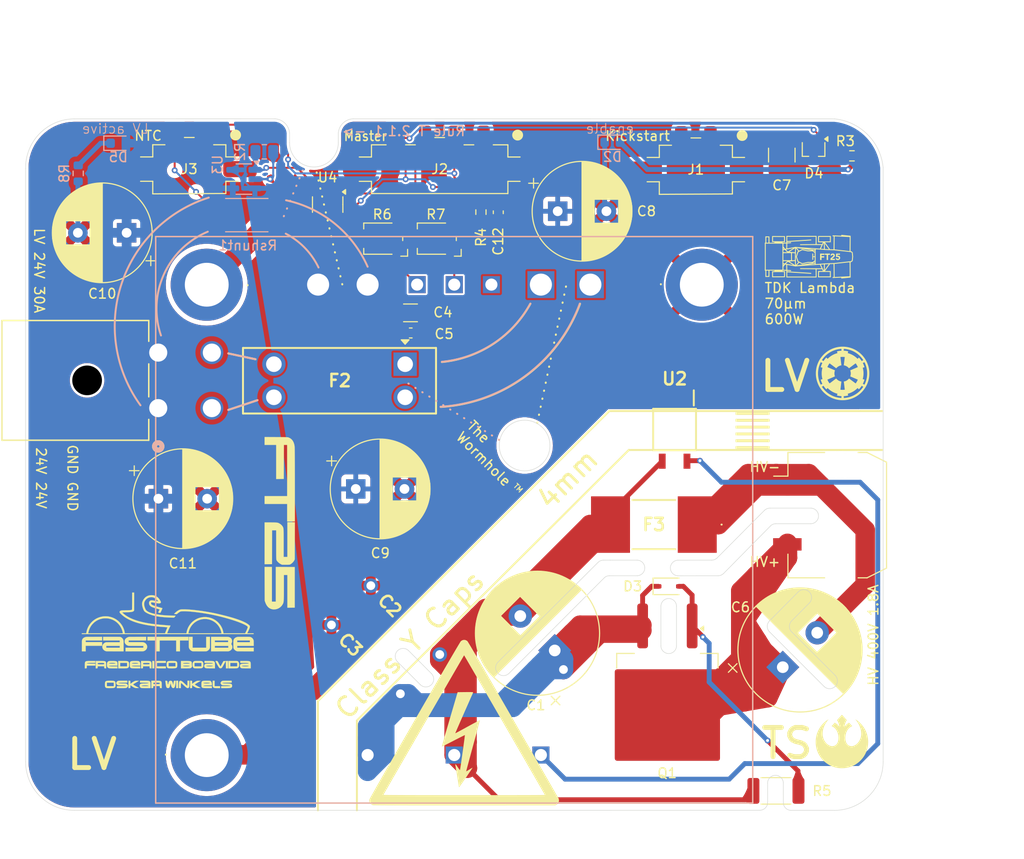
<source format=kicad_pcb>
(kicad_pcb
	(version 20240108)
	(generator "pcbnew")
	(generator_version "8.0")
	(general
		(thickness 1.67)
		(legacy_teardrops no)
	)
	(paper "A4")
	(layers
		(0 "F.Cu" mixed)
		(31 "B.Cu" mixed)
		(32 "B.Adhes" user "B.Adhesive")
		(33 "F.Adhes" user "F.Adhesive")
		(34 "B.Paste" user)
		(35 "F.Paste" user)
		(36 "B.SilkS" user "B.Silkscreen")
		(37 "F.SilkS" user "F.Silkscreen")
		(38 "B.Mask" user)
		(39 "F.Mask" user)
		(40 "Dwgs.User" user "User.Drawings")
		(41 "Cmts.User" user "User.Comments")
		(42 "Eco1.User" user "User.Eco1")
		(43 "Eco2.User" user "User.Eco2")
		(44 "Edge.Cuts" user)
		(45 "Margin" user)
		(46 "B.CrtYd" user "B.Courtyard")
		(47 "F.CrtYd" user "F.Courtyard")
		(48 "B.Fab" user)
		(49 "F.Fab" user)
		(50 "User.1" user)
		(51 "User.2" user)
		(52 "User.3" user)
		(53 "User.4" user)
		(54 "User.5" user)
		(55 "User.6" user)
		(56 "User.7" user)
		(57 "User.8" user)
		(58 "User.9" user)
	)
	(setup
		(stackup
			(layer "F.SilkS"
				(type "Top Silk Screen")
			)
			(layer "F.Paste"
				(type "Top Solder Paste")
			)
			(layer "F.Mask"
				(type "Top Solder Mask")
				(thickness 0.01)
			)
			(layer "F.Cu"
				(type "copper")
				(thickness 0.07)
			)
			(layer "dielectric 1"
				(type "core")
				(thickness 1.51)
				(material "FR4")
				(epsilon_r 4.5)
				(loss_tangent 0.02)
			)
			(layer "B.Cu"
				(type "copper")
				(thickness 0.07)
			)
			(layer "B.Mask"
				(type "Bottom Solder Mask")
				(thickness 0.01)
			)
			(layer "B.Paste"
				(type "Bottom Solder Paste")
			)
			(layer "B.SilkS"
				(type "Bottom Silk Screen")
			)
			(copper_finish "None")
			(dielectric_constraints no)
		)
		(pad_to_mask_clearance 0)
		(allow_soldermask_bridges_in_footprints no)
		(pcbplotparams
			(layerselection 0x00010fc_ffffffff)
			(plot_on_all_layers_selection 0x0000000_00000000)
			(disableapertmacros no)
			(usegerberextensions no)
			(usegerberattributes yes)
			(usegerberadvancedattributes yes)
			(creategerberjobfile yes)
			(dashed_line_dash_ratio 12.000000)
			(dashed_line_gap_ratio 3.000000)
			(svgprecision 4)
			(plotframeref no)
			(viasonmask no)
			(mode 1)
			(useauxorigin no)
			(hpglpennumber 1)
			(hpglpenspeed 20)
			(hpglpendiameter 15.000000)
			(pdf_front_fp_property_popups yes)
			(pdf_back_fp_property_popups yes)
			(dxfpolygonmode yes)
			(dxfimperialunits yes)
			(dxfusepcbnewfont yes)
			(psnegative no)
			(psa4output no)
			(plotreference yes)
			(plotvalue yes)
			(plotfptext yes)
			(plotinvisibletext no)
			(sketchpadsonfab no)
			(subtractmaskfromsilk no)
			(outputformat 1)
			(mirror no)
			(drillshape 1)
			(scaleselection 1)
			(outputdirectory "")
		)
	)
	(net 0 "")
	(net 1 "/-VIN")
	(net 2 "GND")
	(net 3 "Net-(D4-Pad3)")
	(net 4 "/+VIN")
	(net 5 "+3V3")
	(net 6 "/LV+")
	(net 7 "/3V_buttoncell")
	(net 8 "/TEMP_TSDCDC")
	(net 9 "/HV-in")
	(net 10 "/HV+in")
	(net 11 "/G")
	(net 12 "/~{EN}")
	(net 13 "/LV-")
	(net 14 "/LV_I_measure")
	(net 15 "/I_meas_weak")
	(net 16 "/+S")
	(net 17 "/TRM")
	(net 18 "Net-(D2-A)")
	(net 19 "Net-(D5-K)")
	(net 20 "/Vout+")
	(footprint "Capacitor_SMD:C_1210_3225Metric" (layer "F.Cu") (at 177.6 64.721001 -90))
	(footprint "Resistor_SMD:R_0603_1608Metric" (layer "F.Cu") (at 184.8 64.8))
	(footprint "footprints:VY1471M29Y5UC63V0" (layer "F.Cu") (at 131.388932 112.962876 -45))
	(footprint "footprints:rebellion" (layer "F.Cu") (at 183.77 124.93))
	(footprint "FaSTTUBe_connectors:Micro_Mate-N-Lok_2p_vertical" (layer "F.Cu") (at 168.783 66.21))
	(footprint "Potentiometer_SMD:Potentiometer_Bourns_TC33X_Vertical" (layer "F.Cu") (at 142.1 73.3 180))
	(footprint "Capacitor_THT:CP_Radial_D12.5mm_P5.00mm" (layer "F.Cu") (at 154.3 115.584177 135))
	(footprint "Capacitor_THT:CP_Radial_D10.0mm_P5.00mm" (layer "F.Cu") (at 110.367678 72.7 180))
	(footprint "footprints:9775031360R" (layer "F.Cu") (at 118.59 78.03 180))
	(footprint "LOGO"
		(layer "F.Cu")
		(uuid "36ea3436-548e-4414-bac1-a7348850c228")
		(at 180.33 75.14)
		(property "Reference" "G***"
			(at 0 0 0)
			(layer "F.SilkS")
			(hide yes)
			(uuid "f973503b-fa37-47d9-b20f-d30676bb0e6c")
			(effects
				(font
					(size 1.5 1.5)
					(thickness 0.3)
				)
			)
		)
		(property "Value" "LOGO"
			(at 0.75 0 0)
			(layer "F.SilkS")
			(hide yes)
			(uuid "6387be7f-2b16-465c-8f89-140f5aa812b4")
			(effects
				(font
					(size 1.5 1.5)
					(thickness 0.3)
				)
			)
		)
		(property "Footprint" ""
			(at 0 0 0)
			(layer "F.Fab")
			(hide yes)
			(uuid "715f4f07-c5d3-4aaf-84cf-940e9c524073")
			(effects
				(font
					(size 1.27 1.27)
					(thickness 0.15)
				)
			)
		)
		(property "Datasheet" ""
			(at 0 0 0)
			(layer "F.Fab")
			(hide yes)
			(uuid "41393a24-4ba8-4af2-84c5-5556a5cd9241")
			(effects
				(font
					(size 1.27 1.27)
					(thickness 0.15)
				)
			)
		)
		(property "Description" ""
			(at 0 0 0)
			(layer "F.Fab")
			(hide yes)
			(uuid "47d9374d-4d87-4be0-875b-3451ee135b5f")
			(effects
				(font
					(size 1.27 1.27)
					(thickness 0.15)
				)
			)
		)
		(attr board_only exclude_from_pos_files exclude_from_bom)
		(fp_poly
			(pts
				(xy 2.210106 -0.240934) (xy 2.210106 -0.176067) (xy 2.115122 -0.176067) (xy 2.020138 -0.176067)
				(xy 2.020138 0.088034) (xy 2.020138 0.352134) (xy 1.948322 0.352134) (xy 1.876505 0.352134) (xy 1.876505 0.088034)
				(xy 1.876505 -0.176067) (xy 1.781521 -0.176067) (xy 1.686538 -0.176067) (xy 1.686538 -0.240935)
				(xy 1.686537 -0.305801) (xy 1.948322 -0.305801) (xy 2.210106 -0.305801)
			)
			(stroke
				(width 0)
				(type solid)
			)
			(fill solid)
			(layer "F.SilkS")
			(uuid "7df8e5e8-4ee8-444f-be4a-2fc6df64b466")
		)
		(fp_poly
			(pts
				(xy 1.644837 -0.238617) (xy 1.644837 -0.171435) (xy 1.49657 -0.171434) (xy 1.348303 -0.171434) (xy 1.348303 -0.10425)
				(xy 1.348303 -0.037067) (xy 1.484987 -0.037067) (xy 1.621671 -0.037067) (xy 1.621671 0.030116) (xy 1.621671 0.0973)
				(xy 1.484987 0.0973) (xy 1.348303 0.0973) (xy 1.348303 0.224717) (xy 1.348303 0.352134) (xy 1.27417 0.352134)
				(xy 1.200036 0.352134) (xy 1.200036 0.023167) (xy 1.200037 -0.305801) (xy 1.422437 -0.305801) (xy 1.644836 -0.305801)
			)
			(stroke
				(width 0)
				(type solid)
			)
			(fill solid)
			(layer "F.SilkS")
			(uuid "79488fa3-17fb-4e16-b5f3-2b64540a352f")
		)
		(fp_poly
			(pts
				(xy 2.532179 -0.312678) (xy 2.576155 -0.304473) (xy 2.614922 -0.2894) (xy 2.648 -0.267744) (xy 2.67491 -0.239793)
				(xy 2.695172 -0.205832) (xy 2.704208 -0.181813) (xy 2.708716 -0.159076) (xy 2.7108 -0.130942) (xy 2.71048 -0.100955)
				(xy 2.707773 -0.072656) (xy 2.703574 -0.052464) (xy 2.698715 -0.037255) (xy 2.692926 -0.02316) (xy 2.685517 -0.009402)
				(xy 2.675798 0.004797) (xy 2.663078 0.020215) (xy 2.646666 0.037632) (xy 2.625872 0.057823) (xy 2.600005 0.081568)
				(xy 2.568374 0.109644) (xy 2.53029 0.142829) (xy 2.529931 0.14314) (xy 2.430439 0.229351) (xy 2.575106 0.230575)
				(xy 2.719774 0.231799) (xy 2.719774 0.291967) (xy 2.719774 0.352134) (xy 2.490308 0.352134) (xy 2.260843 0.352134)
				(xy 2.262116 0.277056) (xy 2.263389 0.201979) (xy 2.356056 0.119177) (xy 2.402943 0.077122) (xy 2.443117 0.04073)
				(xy 2.476929 0.009665) (xy 2.504727 -0.016408) (xy 2.526863 -0.037827) (xy 2.543685 -0.054929) (xy 2.555544 -0.06805)
				(xy 2.562789 -0.077524) (xy 2.565176 -0.081851) (xy 2.5716 -0.10729) (xy 2.569746 -0.130812) (xy 2.56056 -0.15134)
				(xy 2.544994 -0.167801) (xy 2.523994 -0.179121) (xy 2.49851 -0.184225) (xy 2.475724 -0.18314) (xy 2.452963 -0.175273)
				(xy 2.433454 -0.159912) (xy 2.418912 -0.1387) (xy 2.413064 -0.123046) (xy 2.407173 -0.101018) (xy 2.367714 -0.103927)
				(xy 2.344598 -0.10571) (xy 2.320508 -0.107692) (xy 2.30031 -0.109471) (xy 2.298702 -0.109622) (xy 2.269145 -0.112408)
				(xy 2.272093 -0.14061) (xy 2.280459 -0.177948) (xy 2.296913 -0.213524) (xy 2.320278 -0.245457) (xy 2.349375 -0.271863)
				(xy 2.357833 -0.277654) (xy 2.388158 -0.29404) (xy 2.420755 -0.305158) (xy 2.458064 -0.31171) (xy 2.483473 -0.313727)
			)
			(stroke
				(width 0)
				(type solid)
			)
			(fill solid)
			(layer "F.SilkS")
			(uuid "c06ae400-d6b0-4739-b2a0-6d35249e5efc")
		)
		(fp_poly
			(pts
				(xy 3.243342 -0.245567) (xy 3.243342 -0.185334) (xy 3.111291 -0.185334) (xy 2.979241 -0.185333)
				(xy 2.979241 -0.135525) (xy 2.979241 -0.085718) (xy 3.035999 -0.085703) (xy 3.075658 -0.084189)
				(xy 3.108746 -0.079239) (xy 3.137528 -0.070212) (xy 3.16427 -0.05647) (xy 3.181956 -0.044466) (xy 3.203555 -0.026318)
				(xy 3.221029 -0.006004) (xy 3.236416 0.019128) (xy 3.246178 0.039116) (xy 3.254238 0.063529) (xy 3.259574 0.09369)
				(xy 3.261941 0.126422) (xy 3.261098 0.158544) (xy 3.257324 0.184609) (xy 3.244399 0.223685) (xy 3.224208 0.260227)
				(xy 3.198098 0.292412) (xy 3.167418 0.318418) (xy 3.150847 0.328502) (xy 3.111135 0.345164) (xy 3.066727 0.356095)
				(xy 3.020478 0.360938) (xy 2.975243 0.359334) (xy 2.945754 0.354196) (xy 2.903627 0.339619) (xy 2.867264 0.317857)
				(xy 2.836999 0.289211) (xy 2.813163 0.253981) (xy 2.79881 0.220868) (xy 2.79432 0.207035) (xy 2.791744 0.197519)
				(xy 2.791552 0.194601) (xy 2.796444 0.193609) (xy 2.808775 0.190877) (xy 2.826961 0.186759) (xy 2.849416 0.181613)
				(xy 2.863407 0.178384) (xy 2.887539 0.172819) (xy 2.908262 0.168078) (xy 2.924002 0.164518) (xy 2.933186 0.162495)
				(xy 2.934883 0.162167) (xy 2.937199 0.166065) (xy 2.941475 0.175947) (xy 2.943919 0.182163) (xy 2.957618 0.206359)
				(xy 2.976856 0.224378) (xy 2.999977 0.235881) (xy 3.025322 0.240528) (xy 3.051235 0.23798) (xy 3.076057 0.227898)
				(xy 3.095075 0.213134) (xy 3.111612 0.190456) (xy 3.120769 0.164235) (xy 3.12262 0.136431) (xy 3.117245 0.108995)
				(xy 3.10472 0.083886) (xy 3.089275 0.066498) (xy 3.070671 0.05315) (xy 3.049056 0.043822) (xy 3.022749 0.038071)
				(xy 2.990066 0.035457) (xy 2.969974 0.03519) (xy 2.940708 0.035905) (xy 2.915232 0.038169) (xy 2.889963 0.042519)
				(xy 2.861313 0.04949) (xy 2.845988 0.053732) (xy 2.835519 0.056704) (xy 2.838042 -0.086323) (xy 2.838768 -0.123978)
				(xy 2.83959 -0.160526) (xy 2.840463 -0.194417) (xy 2.841344 -0.224098) (xy 2.842188 -0.248021) (xy 2.842954 -0.264633)
				(xy 2.843135 -0.267576) (xy 2.845706 -0.305801) (xy 3.044525 -0.305801) (xy 3.243342 -0.305801)
			)
			(stroke
				(width 0)
				(type solid)
			)
			(fill solid)
			(layer "F.SilkS")
			(uuid "5a963cb9-9510-4127-9f96-127e7c222fca")
		)
		(fp_poly
			(pts
				(xy 3.38727 -2.232811) (xy 3.40086 -2.231479) (xy 3.422092 -2.229358) (xy 3.450178 -2.22653) (xy 3.484329 -2.223073)
				(xy 3.523759 -2.219069) (xy 3.567678 -2.214599) (xy 3.615297 -2.209743) (xy 3.66583 -2.204582) (xy 3.718489 -2.199197)
				(xy 3.772484 -2.193667) (xy 3.827029 -2.188075) (xy 3.881335 -2.182501) (xy 3.934614 -2.177024)
				(xy 3.986077 -2.171727) (xy 4.034939 -2.166689) (xy 4.080407 -2.161992) (xy 4.121698 -2.157716)
				(xy 4.158021 -2.153941) (xy 4.188587 -2.150748) (xy 4.200017 -2.149547) (xy 4.234253 -2.145885)
				(xy 4.265408 -2.142435) (xy 4.292316 -2.139335) (xy 4.31381 -2.136726) (xy 4.328722 -2.134745) (xy 4.335885 -2.133532)
				(xy 4.336334 -2.133359) (xy 4.336533 -2.128574) (xy 4.336655 -2.115023) (xy 4.336705 -2.093209)
				(xy 4.336684 -2.063633) (xy 4.336595 -2.026795) (xy 4.33644 -1.983198) (xy 4.336223 -1.933343) (xy 4.335944 -1.877731)
				(xy 4.335608 -1.816864) (xy 4.335216 -1.751243) (xy 4.33477 -1.681369) (xy 4.334273 -1.607743) (xy 4.333728 -1.530869)
				(xy 4.333136 -1.451244) (xy 4.332871 -1.416624) (xy 4.332241 -1.334602) (xy 4.331634 -1.254271)
				(xy 4.33105 -1.176204) (xy 4.330496 -1.10097) (xy 4.329976 -1.029142) (xy 4.329492 -0.961291) (xy 4.329052 -0.897987)
				(xy 4.328655 -0.839801) (xy 4.328308 -0.787305) (xy 4.328013 -0.741071) (xy 4.327776 -0.701668)
				(xy 4.327599 -0.669669) (xy 4.327487 -0.645643) (xy 4.327444 -0.630164) (xy 4.327444 -0.627586)
				(xy 4.327545 -0.55322) (xy 4.37377 -0.54809) (xy 4.419996 -0.542959) (xy 4.484971 -0.483626) (xy 4.505281 -0.464833)
				(xy 4.522986 -0.44798) (xy 4.537024 -0.434118) (xy 4.546333 -0.424295) (xy 4.54985 -0.419562) (xy 4.549855 -0.419489)
				(xy 4.550293 -0.414027) (xy 4.551582 -0.400285) (xy 4.55363 -0.379199) (xy 4.556344 -0.351708) (xy 4.55963 -0.31875)
				(xy 4.563396 -0.281261) (xy 4.567548 -0.240179) (xy 4.571355 -0.202709) (xy 4.592945 0.009267) (xy 4.571355 0.221242)
				(xy 4.566945 0.264663) (xy 4.562841 0.305296) (xy 4.559137 0.342206) (xy 4.555926 0.374453) (xy 4.553301 0.401102)
				(xy 4.551353 0.421213) (xy 4.550178 0.433849) (xy 4.549855 0.438022) (xy 4.546612 0.442512) (xy 4.537531 0.452137)
				(xy 4.523674 0.465847) (xy 4.506105 0.482593) (xy 4.485885 0.501324) (xy 4.484971 0.50216) (xy 4.419997 0.561493)
				(xy 4.373769 0.566623) (xy 4.327545 0.571753) (xy 4.327444 0.646119) (xy 4.327469 0.65926) (xy 4.327563 0.681097)
				(xy 4.327723 0.711058) (xy 4.327945 0.748571) (xy 4.328225 0.793067) (xy 4.328559 0.843974) (xy 4.328943 0.90072)
				(xy 4.329373 0.962734) (xy 4.329846 1.029446) (xy 4.330356 1.100286) (xy 4.330901 1.17468) (xy 4.331477 1.252059)
				(xy 4.332079 1.33185) (xy 4.332704 1.413485) (xy 4.332871 1.435157) (xy 4.333481 1.5158) (xy 4.334047 1.593906)
				(xy 4.334564 1.668978) (xy 4.335032 1.740512) (xy 4.335447 1.808006) (xy 4.335808 1.870958) (xy 4.336111 1.928869)
				(xy 4.336355 1.981237) (xy 4.336537 2.02756) (xy 4.336653 2.067337) (xy 4.336704 2.100067) (xy 4.336685 2.125248)
				(xy 4.336594 2.142379) (xy 4.336429 2.150958) (xy 4.336335 2.151893) (xy 4.331377 2.152884) (xy 4.318367 2.15468)
				(xy 4.298472 2.157138) (xy 4.272859 2.160123) (xy 4.242694 2.163495) (xy 4.209148 2.167117) (xy 4.200017 2.168082)
				(xy 4.172233 2.170992) (xy 4.138346 2.174521) (xy 4.099146 2.178586) (xy 4.055419 2.183108) (xy 4.007954 2.188005)
				(xy 3.957539 2.193199) (xy 3.904962 2.198607) (xy 3.851011 2.204148) (xy 3.796475 2.209742) (xy 3.742141 2.215309)
				(xy 3.688796 2.220768) (xy 3.63723 2.226037) (xy 3.588231 2.231037) (xy 3.542586 2.235687) (xy 3.501083 2.239906)
				(xy 3.464512 2.243614) (xy 3.433658 2.246729) (xy 3.409312 2.249172) (xy 3.39226 2.250859) (xy 3.383291 2.251715)
				(xy 3.382109 2.251806) (xy 3.380255 2.247528) (xy 3.378178 2.23608) (xy 3.376217 2.219545) (xy 3.37545 2.210835)
				(xy 3.3736 2.191763) (xy 3.371439 2.175942) (xy 3.369333 2.165869) (xy 3.368582 2.163999) (xy 3.368194 2.163123)
				(xy 3.367841 2.162336) (xy 3.367055 2.161657) (xy 3.365358 2.161104) (xy 3.362276 2.160697) (xy 3.357337 2.160453)
				(xy 3.350069 2.160392) (xy 3.339994 2.160532) (xy 3.32664 2.16089) (xy 3.309536 2.161487) (xy 3.288204 2.162341)
				(xy 3.26217 2.16347) (xy 3.230964 2.164892) (xy 3.19411 2.166627) (xy 3.151135 2.168692) (xy 3.101565 2.171107)
				(xy 3.044926 2.17389) (xy 2.980744 2.177059) (xy 2.908545 2.180634) (xy 2.827857 2.184632) (xy 2.773776 2.187311)
				(xy 2.723126 2.189773) (xy 2.675244 2.19201) (xy 2.630927 2.19399) (xy 2.590972 2.195683) (xy 2.556177 2.197057)
				(xy 2.52734 2.198081) (xy 2.505257 2.198724) (xy 2.490727 2.198954) (xy 2.484548 2.198738) (xy 2.484397 2.198675)
				(xy 2.482972 2.193086) (xy 2.4815 2.180449) (xy 2.480208 2.162975) (xy 2.479683 2.152716) (xy 2.477796 2.109587)
				(xy 2.502643 2.106603) (xy 2.520245 2.105084) (xy 2.542271 2.103995) (xy 2.563398 2.103579) (xy 2.599307 2.103539)
				(xy 2.599205 2.03983) (xy 2.599136 2.026958) (xy 2.59896 2.005475) (xy 2.598682 1.976034) (xy 2.598313 1.939289)
				(xy 2.597857 1.895895) (xy 2.597323 1.846507) (xy 2.596718 1.791777) (xy 2.596049 1.732363) (xy 2.595323 1.668916)
				(xy 2.594547 1.602089) (xy 2.593729 1.53254) (xy 2.592876 1.460921) (xy 2.592357 1.417804) (xy 2.591488 1.345622)
				(xy 2.590651 1.275356) (xy 2.589851 1.207638) (xy 2.589097 1.143098) (xy 2.588395 1.08237) (xy 2.587752 1.026085)
				(xy 2.587175 0.974875) (xy 2.586672 0.929372) (xy 2.58625 0.890208) (xy 2.585916 0.858015) (xy 2.585677 0.833425)
				(xy 2.585539 0.817069) (xy 2.585508 0.811266) (xy 2.585407 0.763045) (xy 2.477681 0.76615) (xy 2.420738 0.767807)
				(xy 2.372367 0.769264) (xy 2.331872 0.770562) (xy 2.298559 0.771745) (xy 2.271738 0.772854) (xy 2.250712 0.773931)
				(xy 2.234789 0.775018) (xy 2.223275 0.776158) (xy 2.215478 0.777392) (xy 2.210703 0.778764) (xy 2.208257 0.780313)
				(xy 2.207447 0.782084) (xy 2.207419 0.782564) (xy 2.204733 0.787317) (xy 2.196946 0.798996) (xy 2.184444 0.817061)
				(xy 2.167617 0.84097) (xy 2.146849 0.870183) (xy 2.122527 0.90416) (xy 2.09504 0.94236) (xy 2.064773 0.984242)
				(xy 2.032115 1.029266) (xy 1.99745 1.07689) (xy 1.961168 1.126575) (xy 1.960005 1.128165) (xy 1.923623 1.177986)
				(xy 1.888809 1.225823) (xy 1.855956 1.271128) (xy 1.825453 1.313354) (xy 1.797694 1.351955) (xy 1.773068 1.386383)
				(xy 1.751966 1.416092) (xy 1.734781 1.440534) (xy 1.721903 1.459162) (xy 1.713724 1.47143) (xy 1.710635 1.47679)
				(xy 1.710627 1.476824) (xy 1.708624 1.487304) (xy 2.003382 1.487304) (xy 2.298139 1.487304) (xy 2.298144 1.583446)
				(xy 2.298213 1.608384) (xy 2.298406 1.641116) (xy 2.29871 1.680174) (xy 2.299111 1.724089) (xy 2.299595 1.771389)
				(xy 2.300147 1.820606) (xy 2.300755 1.870268) (xy 2.301218 1.905463) (xy 2.304286 2.131339) (xy 1.647305 2.131339)
				(xy 0.990323 2.131339) (xy 0.993195 2.113964) (xy 0.993689 2.106417) (xy 0.994158 2.090423) (xy 0.994594 2.066805)
				(xy 0.99496 2.038672) (xy 1.08875 2.038672) (xy 1.647111 2.038672) (xy 2.205472 2.038672) (xy 2.205472 1.809321)
				(xy 2.205472 1.579971) (xy 1.656421 1.579199) (xy 1.585739 1.579096) (xy 1.517565 1.578991) (xy 1.452484 1.578885)
				(xy 1.391074 1.578779) (xy 1.333918 1.578675) (xy 1.281595 1.578571) (xy 1.234689 1.578472) (xy 1.193778 1.578378)
				(xy 1.159447 1.57829) (xy 1.132272 1.578209) (xy 1.112838 1.578137) (xy 1.101725 1.578074) (xy 1.099261 1.57804)
				(xy 1.097423 1.578408) (xy 1.095875 1.580202) (xy 1.094589 1.584173) (xy 1.093535 1.591074) (xy 1.092682 1.601656)
				(xy 1.091999 1.61667) (xy 1.091456 1.636869) (xy 1.091023 1.663004) (xy 1.090669 1.695827) (xy 1.090364 1.736087)
				(xy 1.090077 1.784539) (xy 1.089951 1.808163) (xy 1.08875 2.038672) (xy 0.99496 2.038672) (xy 0.99499 2.036382)
				(xy 0.995338 1.999975) (xy 0.995631 1.958404) (xy 0.995862 1.912492) (xy 0.996024 1.863057) (xy 0.996108 1.810921)
				(xy 0.996118 1.78963) (xy 0.996169 1.482671) (xy 1.242123 1.482671) (xy 1.291787 1.482595) (xy 1.337431 1.482378)
				(xy 1.378334 1.48203) (xy 1.413769 1.481564) (xy 1.443013 1.480992) (xy 1.465339 1.480327) (xy 1.480024 1.47958)
				(xy 1.486341 1.478764) (xy 1.486531 1.478558) (xy 1.484152 1.47334) (xy 1.478357 1.461039) (xy 1.469747 1.442919)
				(xy 1.458926 1.420247) (xy 1.446495 1.394288) (xy 1.441011 1.382862) (xy 1.397037 1.291279) (xy 1.283478 1.294298)
				(xy 1.249685 1.295057) (xy 1.208904 1.295746) (xy 1.163413 1.296342) (xy 1.11549 1.296818) (xy 1.067413 1.297151)
				(xy 1.021462 1.297314) (xy 1.006594 1.297327) (xy 0.843269 1.297337) (xy 0.843269 1.721288) (xy 0.843269 2.145239)
				(xy -0.708148 2.145239) (xy -2.259563 2.145239) (xy -2.262634 1.935978) (xy -2.263315 1.886185)
				(xy -2.263944 1.833688) (xy -2.264503 1.780411) (xy -2.264976 1.728276) (xy -2.265345 1.679207)
				(xy -2.265592 1.635127) (xy -2.265702 1.59796) (xy -2.265706 1.590794) (xy -2.265739 1.55167) (xy -2.265876 1.520834)
				(xy -2.266173 1.497306) (xy -2.266692 1.480108) (xy -2.26749 1.46826) (xy -2.268626 1.460783) (xy -2.270157 1.456697)
				(xy -2.272141 1.455025) (xy -2.273814 1.454766) (xy -2.280294 1.454537) (xy -2.294854 1.453935)
				(xy -2.316319 1.453013) (xy -2.343512 1.451821) (xy -2.37526 1.450411) (xy -2.410382 1.448834) (xy -2.43019 1.447939)
				(xy -2.468142 1.446262) (xy -2.504686 1.44473) (xy -2.538371 1.443397) (xy -2.567745 1.442318) (xy -2.591357 1.441547)
				(xy -2.607758 1.441142) (xy -2.612049 1.441093) (xy -2.64564 1.44097) (xy -2.64564 1.468771) (xy -2.645639 1.496571)
				(xy -2.525331 1.496571) (xy -2.405021 1.496571) (xy -2.403705 1.805846) (xy -2.403515 1.858546)
				(xy -2.403401 1.908502) (xy -2.40336 1.954946) (xy -2.40339 1.997109) (xy -2.403489 2.034222) (xy -2.403653 2.065515)
				(xy -2.403881 2.090221) (xy -2.404171 2.107569) (xy -2.404518 2.116791) (xy -2.404706 2.118106)
				(xy -2.409529 2.11848) (xy -2.423095 2.118886) (xy -2.44488 2.119321) (xy -2.474362 2.119778) (xy -2.511016 2.120253)
				(xy -2.554319 2.12074) (xy -2.603749 2.121235) (xy -2.658781 2.121732) (xy -2.718891 2.122227) (xy -2.783558 2.122715)
				(xy -2.852257 2.12319) (xy -2.924462 2.123648) (xy -2.999654 2.124083) (xy -3.0638 2.124423) (xy -3.720577 2.127757)
				(xy -3.720577 1.81448) (xy -3.720577 1.593871) (xy -3.62791 1.593871) (xy -3.62791 1.814711) (xy -3.62791 2.03555)
				(xy -3.411698 2.032478) (xy -3.369215 2.031948) (xy -3.31891 2.031448) (xy -3.262228 2.030984) (xy -3.200615 2.030565)
				(xy -3.135516 2.030198) (xy -3.068375 2.029891) (xy -3.000637 2.029653) (xy -2.933749 2.02949) (xy -2.869154 2.029412)
				(xy -2.846385 2.029405) (xy -2.497283 2.029405) (xy -2.498486 1.81048) (xy -2.49969 1.591554) (xy -2.537915 1.591676)
				(xy -2.547579 1.591701) (xy -2.565869 1.591743) (xy -2.592146 1.591801) (xy -2.62577 1.591872) (xy -2.666099 1.591957)
				(xy -2.712496 1.592053) (xy -2.764319 1.592159) (xy -2.820929 1.592274) (xy -2.881685 1.592396)
				(xy -2.945948 1.592525) (xy -3.013077 1.592659) (xy -3.082432 1.592796) (xy -3.102025 1.592834)
				(xy -3.62791 1.593871) (xy -3.720577 1.593871) (xy -3.720577 1.501204) (xy -3.654551 1.501183) (xy -3.624666 1.500936)
				(xy -3.592334 1.500279) (xy -3.561481 1.499312) (xy -3.536401 1.498158) (xy -3.484276 1.495155)
				(xy -3.484276 1.468063) (xy -3.484276 1.44097) (xy -3.740716 1.44097) (xy -3.997156 1.44097) (xy -4.000524 1.764101)
				(xy -4.001097 1.817922) (xy -4.001663 1.868962) (xy -4.002214 1.916476) (xy -4.002738 1.959718)
				(xy -4.003227 1.997942) (xy -4.00367 2.030405) (xy -4.004058 2.056359) (xy -4.004382 2.07506) (xy -4.004631 2.085762)
				(xy -4.004755 2.088096) (xy -4.009616 2.088576) (xy -4.02259 2.089168) (xy -4.042528 2.089847) (xy -4.068278 2.090589)
				(xy -4.098689 2.091373) (xy -4.132609 2.092176) (xy -4.168888 2.092974) (xy -4.206373 2.093745)
				(xy -4.243913 2.094466) (xy -4.28036 2.095114) (xy -4.314559 2.095667) (xy -4.34536 2.096101) (xy -4.371612 2.096393)
				(xy -4.392163 2.096521) (xy -4.405862 2.096463) (xy -4.411559 2.096194) (xy -4.41163 2.096166) (xy -4.412287 2.091243)
				(xy -4.412909 2.077802) (xy -4.413489 2.056593) (xy -4.414016 2.028365) (xy -4.414482 1.993867)
				(xy -4.414878 1.953848) (xy -4.415193 1.909058) (xy -4.415422 1.860246) (xy -4.415551 1.808161)
				(xy -4.415578 1.769665) (xy -4.415578 1.445919) (xy -4.322912 1.44592) (xy -4.322911 1.632667) (xy -4.32283 1.677998)
				(xy -4.322597 1.724363) (xy -4.322233 1.770035) (xy -4.321755 1.813286) (xy -4.321184 1.852391)
				(xy -4.320538 1.885623) (xy -4.319861 1.910511) (xy -4.31681 2.001605) (xy -4.27237 2.001588) (xy -4.250095 2.001348)
				(xy -4.222113 2.000707) (xy -4.191967 1.999762) (xy -4.163205 1.99861) (xy -4.162654 1.998585) (xy -4.09738 1.995599)
				(xy -4.094329 1.722449) (xy -4.093807 1.672987) (xy -4.093375 1.626306) (xy -4.093037 1.583227)
				(xy -4.092796 1.544568) (xy -4.092653 1.51115) (xy -4.092615 1.483793) (xy -4.092685 1.463316) (xy -4.092866 1.450539)
				(xy -4.09313 1.446294) (xy -4.09808 1.445515) (xy -4.111021 1.444917) (xy -4.130668 1.444519) (xy -4.155749 1.444338)
				(xy -4.184984 1.444394) (xy -4.208947 1.444604) (xy -4.322912 1.44592) (xy -4.415578 1.445919) (xy -4.415578 1.445604)
				(xy -4.44609 1.445604) (xy -4.476601 1.445603) (xy -4.472918 1.340195) (xy -4.472551 1.32484) (xy -4.472203 1.300703)
				(xy -4.471875 1.268271) (xy -4.471567 1.22803) (xy -4.471279 1.180464) (xy -4.47101 1.126058) (xy -4.470761 1.065302)
				(xy -4.470532 0.998677) (xy -4.470323 0.92667) (xy -4.470132 0.849767) (xy -4.469964 0.768454) (xy -4.469814 0.683216)
				(xy -4.469683 0.594538) (xy -4.469572 0.502907) (xy -4.469482 0.408808) (xy -4.469412 0.312726)
				(xy -4.469361 0.215146) (xy -4.469329 0.116557) (xy -4.469318 0.017441) (xy -4.469319 0.009267)
				(xy -4.376195 0.009267) (xy -4.376195 1.348304) (xy -3.921735 1.348303) (xy -3.84542 1.348265) (xy -3.763054 1.348156)
				(xy -3.676284 1.347978) (xy -3.586755 1.34774) (xy -3.496112 1.347448) (xy -3.4755 1.34737) (xy -2.566874 1.347369)
				(xy -2.510115 1.350271) (xy -2.485398 1.351507) (xy -2.454562 1.353009) (xy -2.420743 1.354622)
				(xy -2.387079 1.356201) (xy -2.369956 1.35699) (xy -2.342439 1.358262) (xy -2.317591 1.359435) (xy -2.297116 1.360426)
				(xy -2.28272 1.361153) (xy -2.27648 1.361507) (xy -2.266404 1.362204) (xy -2.268995 1.099261) (xy -2.269489 1.050816)
				(xy -2.269988 1.005216) (xy -2.270479 0.963292) (xy -2.270952 0.925869) (xy -2.271395 0.893779)
				(xy -2.271407 0.893007) (xy -2.176597 0.893007) (xy -2.176496 0.920555) (xy -2.176287 0.953996)
				(xy -2.175973 0.992488) (xy -2.175561 1.035186) (xy -2.175055 1.081248) (xy -2.174701 1.110891)
				(xy -2.17154 1.365972) (xy -2.129432 1.368977) (xy -2.067771 1.373609) (xy -2.010185 1.378392) (xy -1.957281 1.383255)
				(xy -1.909674 1.388125) (xy -1.867971 1.39293) (xy -1.832783 1.397595) (xy -1.80472 1.40205) (xy -1.784393 1.406223)
				(xy -1.772412 1.410037) (xy -1.769774 1.411753) (xy -1.769529 1.417538) (xy -1.771735 1.42998) (xy -1.775956 1.446925)
				(xy -1.778921 1.457187) (xy -1.785239 1.477077) (xy -1.790133 1.489488) (xy -1.794401 1.495928)
				(xy -1.798845 1.497914) (xy -1.800426 1.497857) (xy -1.808153 1.49683) (xy -1.823059 1.494741) (xy -1.843149 1.491874)
				(xy -1.866434 1.488511) (xy -1.871871 1.48772) (xy -1.897523 1.484335) (xy -1.929466 1.480654) (xy -1.964746 1.476986)
				(xy -2.000406 1.473642) (xy -2.027089 1.471419) (xy -2.057452 1.46905) (xy -2.086497 1.466764) (xy -2.112259 1.464717)
				(xy -2.132778 1.463064) (xy -2.146087 1.461962) (xy -2.146397 1.461935) (xy -2.173039 1.459646)
				(xy -2.173039 1.489692) (xy -2.172691 1.506113) (xy -2.171285 1.515262) (xy -2.168279 1.519122)
				(xy -2.164797 1.519737) (xy -2.158723 1.520031) (xy -2.144281 1.520874) (xy -2.12235 1.522213) (xy -2.093809 1.52399)
				(xy -2.059538 1.526152) (xy -2.020415 1.528643) (xy -1.977319 1.531407) (xy -1.93113 1.534389) (xy -1.906488 1.535988)
				(xy -1.854929 1.539338) (xy -1.80268 1.542728) (xy -1.751135 1.546071) (xy -1.701688 1.549275) (xy -1.655732 1.55225)
				(xy -1.614661 1.554907) (xy -1.579869 1.557154) (xy -1.552749 1.558901) (xy -1.549854 1.559087)
				(xy -1.519396 1.561047) (xy -1.481663 1.56348) (xy -1.438624 1.566258) (xy -1.392251 1.569254) (xy -1.344516 1.57234)
				(xy -1.297389 1.575391) (xy -1.264903 1.577495) (xy -1.217015 1.580596) (xy -1.16498 1.583963) (xy -1.111213 1.587439)
				(xy -1.058137 1.590868) (xy -1.008165 1.594093) (xy -0.963719 1.596959) (xy -0.942887 1.598301)
				(xy -0.897305 1.601236) (xy -0.845716 1.60456) (xy -0.791355 1.608063) (xy -0.737462 1.611537) (xy -0.687275 1.614773)
				(xy -0.655619 1.616816) (xy -0.610848 1.619703) (xy -0.559926 1.622982) (xy -0.505948 1.626455)
				(xy -0.452011 1.629924) (xy -0.401211 1.633186) (xy -0.363718 1.635592) (xy -0.328419 1.637861)
				(xy -0.285555 1.640625) (xy -0.236806 1.643776) (xy -0.183852 1.647202) (xy -0.128376 1.650799)
				(xy -0.072057 1.654455) (xy -0.016577 1.658062) (xy 0.031407 1.661186) (xy 0.078504 1.664246) (xy 0.122931 1.667115)
				(xy 0.163807 1.669738) (xy 0.200251 1.672059) (xy 0.231381 1.674022) (xy 0.256316 1.675572) (xy 0.274174 1.676652)
				(xy 0.284073 1.677206) (xy 0.285714 1.677271) (xy 0.289145 1.678355) (xy 0.291125 1.682707) (xy 0.291847 1.691981)
				(xy 0.291504 1.70783) (xy 0.290854 1.721421) (xy 0.289553 1.740799) (xy 0.287959 1.756543) (xy 0.286321 1.766454)
				(xy 0.285478 1.768637) (xy 0.280651 1.768608) (xy 0.266958 1.768) (xy 0.24478 1.766836) (xy 0.214499 1.765141)
				(xy 0.176497 1.762937) (xy 0.131153 1.76025) (xy 0.078851 1.757101) (xy 0.019972 1.753516) (xy -0.045106 1.749517)
				(xy -0.115998 1.745128) (xy -0.192324 1.740372) (xy -0.273703 1.735274) (xy -0.359753 1.729857)
				(xy -0.450093 1.724144) (xy -0.544342 1.718159) (xy -0.642118 1.711925) (xy -0.743041 1.705468)
				(xy -0.846728 1.698808) (xy -0.944155 1.692531) (xy -1.050013 1.6857) (xy -1.153439 1.679031) (xy -1.254052 1.67255)
				(xy -1.351472 1.666279) (xy -1.445319 1.660243) (xy -1.535212 1.654466) (xy -1.620772 1.648974)
				(xy -1.701618 1.643789) (xy -1.77737 1.638936) (xy -1.847648 1.634441) (xy -1.912071 1.630326) (xy -1.97026 1.626617)
				(xy -2.021834 1.623337) (xy -2.066412 1.620512) (xy -2.103615 1.618164) (xy -2.133063 1.61632) (xy -2.154375 1.615002)
				(xy -2.167171 1.614236) (xy -2.171095 1.614039) (xy -2.171128 1.618662) (xy -2.171074 1.631645)
				(xy -2.170943 1.652082) (xy -2.170742 1.679067) (xy -2.170476 1.711694) (xy -2.170155 1.749057)
				(xy -2.169782 1.790249) (xy -2.169374 1.833647) (xy -2.167282 2.052572) (xy -0.707684 2.052572)
				(xy 0.751913 2.052572) (xy 0.748501 1.676113) (xy 0.747965 1.617934) (xy 0.747438 1.562492) (xy 0.746927 1.510476)
				(xy 0.746439 1.462575) (xy 0.745982 1.419482) (xy 0.745565 1.381879) (xy 0.745193 1.350461) (xy 0.744876 1.325917)
				(xy 0.74462 1.308934) (xy 0.744433 1.300203) (xy 0.74437 1.299146) (xy 0.739738 1.29906) (xy 0.726314 1.298912)
				(xy 0.704572 1.298707) (xy 0.674985 1.29845) (xy 0.63803 1.298141) (xy 0.594179 1.297786) (xy 0.543907 1.297389)
				(xy 0.487688 1.296953) (xy 0.425996 1.296482) (xy 0.359306 1.295979) (xy 0.288092 1.295448) (xy 0.212828 1.294894)
				(xy 0.133988 1.294318) (xy 0.052047 1.293726) (xy -0.032522 1.293121) (xy -0.050967 1.292989) (xy -0.136082 1.292366)
				(xy -0.218697 1.291727) (xy -0.298338 1.291076) (xy -0.374525 1.29042) (xy -0.446785 1.289762) (xy -0.51464 1.289109)
				(xy -0.577615 1.288467) (xy -0.635234 1.287838) (xy -0.687017 1.287229) (xy -0.732492 1.286647)
				(xy -0.771182 1.286094) (xy -0.80261 1.285578) (xy -0.8263 1.285103) (xy -0.841774 1.284674) (xy -0.848559 1.284296)
				(xy -0.848834 1.284224) (xy -0.849966 1.278521) (xy -0.850313 1.265798) (xy -0.849853 1.248265)
				(xy -0.849272 1.23771) (xy -0.84646 1.194313) (xy -0.241371 1.198332) (xy -0.165921 1.198806) (xy -0.087571 1.199245)
				(xy -0.006827 1.199647) (xy 0.075804 1.200015) (xy 0.159817 1.200345) (xy 0.244705 1.200641) (xy 0.329962 1.2009)
				(xy 0.415083 1.201123) (xy 0.49956 1.201308) (xy 0.582888 1.201456) (xy 0.664561 1.201569) (xy 0.744073 1.201645)
				(xy 0.820918 1.20168) (xy 0.894589 1.201678) (xy 0.964581 1.20164) (xy 1.030387 1.201562) (xy 1.091501 1.201446)
				(xy 1.147417 1.20129) (xy 1.19763 1.201096) (xy 1.241632 1.200862) (xy 1.278919 1.200589) (xy 1.308983 1.200276)
				(xy 1.331319 1.199923) (xy 1.34542 1.19953) (xy 1.35078 1.199096) (xy 1.350806 1.199078) (xy 1.349214 1.19475)
				(xy 1.344123 1.183101) (xy 1.336024 1.165174) (xy 1.325408 1.142014) (xy 1.312764 1.114663) (xy 1.298583 1.084164)
				(xy 1.283355 1.051563) (xy 1.26757 1.0179) (xy 1.251718 0.984222) (xy 1.23629 0.951571) (xy 1.221776 0.920988)
				(xy 1.208665 0.893521) (xy 1.197449 0.87021) (xy 1.188618 0.852101) (xy 1.18266 0.840235) (xy 1.180095 0.835685)
				(xy 1.175226 0.835695) (xy 1.161554 0.836353) (xy 1.139522 0.83763) (xy 1.10957 0.839495) (xy 1.07214 0.84192)
				(xy 1.027672 0.844876) (xy 0.976607 0.848331) (xy 0.919386 0.852257) (xy 0.85645 0.856627) (xy 0.788239 0.861409)
				(xy 0.715194 0.866573) (xy 0.685735 0.868667) (xy 0.663095 0.870269) (xy 0.632355 0.872428) (xy 0.594658 0.875065)
				(xy 0.551149 0.8781) (xy 0.502971 0.881454) (xy 0.451269 0.885047) (xy 0.397186 0.888799) (xy 0.341867 0.89263)
				(xy 0.286456 0.896461) (xy 0.284951 0.896566) (xy 0.176937 0.90403) (xy 0.077696 0.910891) (xy -0.013246 0.917182)
				(xy -0.09636 0.922935) (xy -0.172119 0.928184) (xy -0.240997 0.932962) (xy -0.303464 0.9373) (xy -0.359995 0.941234)
				(xy -0.411061 0.944794) (xy -0.457135 0.948013) (xy -0.49869 0.950924) (xy -0.536198 0.953561) (xy -0.549051 0.954467)
				(xy -0.578891 0.956562) (xy -0.616558 0.95919) (xy -0.660642 0.962254) (xy -0.709728 0.965655) (xy -0.7624 0.969296)
				(xy -0.817245 0.973079) (xy -0.872847 0.976906) (xy -0.927792 0.980679) (xy -0.949836 0.98219) (xy -1.01286 0.986511)
				(xy -1.067275 0.990257) (xy -1.113708 0.993486) (xy -1.152795 0.996259) (xy -1.185167 0.998635)
				(xy -1.211458 1.000672) (xy -1.232301 1.002429) (xy -1.248327 1.003966) (xy -1.26017 1.005342) (xy -1.268462 1.006617)
				(xy -1.273837 1.007848) (xy -1.276926 1.009095) (xy -1.278363 1.010417) (xy -1.27878 1.011874) (xy -1.278804 1.012926)
				(xy -1.282603 1.018344) (xy -1.286912 1.019325) (xy -1.292531 1.018476) (xy -1.306619 1.016012)
				(xy -1.328539 1.012051) (xy -1.357656 1.006711) (xy -1.393335 1.000111) (xy -1.434941 0.992369)
				(xy -1.481838 0.983603) (xy -1.533392 0.973932) (xy -1.588967 0.963474) (xy -1.647926 0.952347)
				(xy -1.709637 0.94067) (xy -1.734781 0.935903) (xy -1.797241 0.924076) (xy -1.857088 0.912784) (xy -1.913699 0.902139)
				(xy -1.953465 0.894691) (xy -1.182718 0.894691) (xy -1.181463 0.896526) (xy -1.178384 0.896375)
				(xy -1.172445 0.895435) (xy -1.157826 0.893191) (xy -1.135011 0.889716) (xy -1.104486 0.885085)
				(xy -1.066734 0.879368) (xy -1.022239 0.87264) (xy -0.971486 0.864975) (xy -0.914959 0.856444) (xy -0.853143 0.847121)
				(xy -0.786521 0.837079) (xy -0.736248 0.829506) (xy 1.283437 0.829506) (xy 1.285371 0.83409) (xy 1.290948 0.846313)
				(xy 1.299823 0.865444) (xy 1.311656 0.890755) (xy 1.326103 0.921518) (xy 1.342822 0.957002) (xy 1.361471 0.99648)
				(xy 1.381708 1.039222) (xy 1.403189 1.0845) (xy 1.404312 1.086863) (xy 1.426648 1.133895) (xy 1.448401 1.179705)
				(xy 1.46914 1.223387) (xy 1.488433 1.264033) (xy 1.50585 1.300734) (xy 1.52096 1.332582) (xy 1.53333 1.358667)
				(xy 1.542531 1.378082) (xy 1.547623 1.388845) (xy 1.556963 1.407744) (xy 1.565324 1.423077) (xy 1.571732 1.433155)
				(xy 1.575015 1.436337) (xy 1.580188 1.435472) (xy 1.580479 1.435179) (xy 1.580745 1.430338) (xy 1.581201 1.417174)
				(xy 1.581825 1.396605) (xy 1.582595 1.369556) (xy 1.58344 1.338627) (xy 1.677952 1.338627) (xy 1.678207 1.349718)
				(xy 1.678783 1.352937) (xy 1.681828 1.348916) (xy 1.689917 1.337994) (xy 1.702623 1.320751) (xy 1.719521 1.297767)
				(xy 1.740185 1.269622) (xy 1.764191 1.236896) (xy 1.791111 1.200169) (xy 1.820521 1.160021) (xy 1.851995 1.117032)
				(xy 1.885108 1.071782) (xy 1.889579 1.065669) (xy 1.9228 1.020219) (xy 1.954356 0.976973) (xy 1.983829 0.936509)
				(xy 2.010802 0.899402) (xy 2.034857 0.866229) (xy 2.055579 0.837567) (xy 2.072549 0.813991) (xy 2.085351 0.796077)
				(xy 2.093565 0.784403) (xy 2.096777 0.779544) (xy 2.096803 0.77944) (xy 2.092053 0.779288) (xy 2.079195 0.779455)
				(xy 2.059383 0.779902) (xy 2.033769 0.780591) (xy 2.003504 0.78148) (xy 1.969743 0.782532) (xy 1.933637 0.783705)
				(xy 1.896338 0.784961) (xy 1.859 0.786261) (xy 1.822775 0.787565) (xy 1.788815 0.788832) (xy 1.758272 0.790024)
				(xy 1.7323 0.791103) (xy 1.712051 0.792025) (xy 1.698677 0.792754) (xy 1.693331 0.79325) (xy 1.693288 0.793274)
				(xy 1.692863 0.798069) (xy 1.692256 0.811168) (xy 1.691498 0.83161) (xy 1.690619 0.858433) (xy 1.68965 0.890677)
				(xy 1.688622 0.92738) (xy 1.687565 0.967583) (xy 1.686964 0.991606) (xy 1.685818 1.037429) (xy 1.684622 1.083742)
				(xy 1.683421 1.128973) (xy 1.682258 1.171551) (xy 1.681174 1.209907) (xy 1.680215 1.242468) (xy 1.67942 1.267665)
				(xy 1.679281 1.271853) (xy 1.678498 1.298287) (xy 1.678052 1.321014) (xy 1.677952 1.338627) (xy 1.58344 1.338627)
				(xy 1.583486 1.336946) (xy 1.584477 1.299698) (xy 1.585544 1.258732) (xy 1.586665 1.214971) (xy 1.587817 1.169336)
				(xy 1.588978 1.122747) (xy 1.590124 1.076128) (xy 1.591233 1.030398) (xy 1.592282 0.98648) (xy 1.593248 0.945295)
				(xy 1.594108 0.907765) (xy 1.594839 0.874811) (xy 1.59542 0.847353) (xy 1.595825 0.826315) (xy 1.596035 0.812617)
				(xy 1.596025 0.807181) (xy 1.596013 0.807129) (xy 1.591202 0.806917) (xy 1.578503 0.807354) (xy 1.559214 0.808346)
				(xy 1.534635 0.809802) (xy 1.506062 0.811628) (xy 1.474798 0.813732) (xy 1.442139 0.816019) (xy 1.409386 0.818398)
				(xy 1.377836 0.820775) (xy 1.348789 0.823057) (xy 1.323544 0.825151) (xy 1.303399 0.826965) (xy 1.289654 0.828405)
				(xy 1.283607 0.829379) (xy 1.283437 0.829506) (xy -0.736248 0.829506) (xy -0.715578 0.826391) (xy -0.714841 0.82628)
				(xy -0.081856 0.82628) (xy -0.08122 0.829034) (xy -0.078767 0.829369) (xy -0.074953 0.827674) (xy -0.075678 0.82628)
				(xy -0.081177 0.825725) (xy -0.081856 0.82628) (xy -0.714841 0.82628) (xy -0.698092 0.823757) (xy -0.055333 0.823758)
				(xy -0.054628 0.823962) (xy -0.053461 0.824142) (xy -0.053284 0.824173) (xy -0.048025 0.823996)
				(xy -0.034245 0.823225) (xy -0.012669 0.821909) (xy 0.01598 0.820095) (xy 0.050977 0.817829) (xy 0.0916 0.81516)
				(xy 0.137123 0.812133) (xy 0.186823 0.808798) (xy 0.239976 0.8052) (xy 0.295858 0.801388) (xy 0.301167 0.801024)
				(xy 0.35717 0.797173) (xy 0.410437 0.793485) (xy 0.460255 0.790012) (xy 0.505907 0.786803) (xy 0.546678 0.783911)
				(xy 0.581854 0.781386) (xy 0.610719 0.779279) (xy 0.632557 0.777641) (xy 0.646656 0.776524) (xy 0.652295 0.775979)
				(xy 0.652368 0.775957) (xy 0.652881 0.771144) (xy 0.652861 0.75965) (xy 0.652367 0.745275) (xy 0.650985 0.715685)
				(xy 0.308117 0.767524) (xy 0.241453 0.777602) (xy 0.18337 0.786385) (xy 0.13329 0.793962) (xy 0.090632 0.800424)
				(xy 0.054816 0.805864) (xy 0.025264 0.81037) (xy 0.001391 0.814035) (xy -0.017378 0.816949) (xy -0.031626 0.819203)
				(xy -0.041931 0.820888) (xy -0.048874 0.822095) (xy -0.053036 0.822915) (xy -0.054995 0.823439)
				(xy -0.055333 0.823758) (xy -0.698092 0.823757) (xy -0.640798 0.815131) (xy -0.562666 0.803369)
				(xy -0.481666 0.791184) (xy -0.398281 0.778643) (xy -0.396152 0.778323) (xy -0.312822 0.765789)
				(xy -0.231929 0.753612) (xy -0.153952 0.741866) (xy -0.07937 0.730622) (xy -0.008663 0.719953) (xy 0.057691 0.709931)
				(xy 0.119212 0.70063) (xy 0.175421 0.692122) (xy 0.225839 0.684478) (xy 0.269988 0.677773) (xy 0.307385 0.672078)
				(xy 0.337554 0.667466) (xy 0.360016 0.664009) (xy 0.37429 0.66178) (xy 0.379898 0.660851) (xy 0.379933 0.660843)
				(xy 0.379681 0.659793) (xy 0.371923 0.658943) (xy 0.361401 0.658553) (xy 0.351224 0.658321) (xy 0.332934 0.657854)
				(xy 0.307679 0.657181) (xy 0.276607 0.656335) (xy 0.24087 0.655346) (xy 0.201615 0.654247) (xy 0.159991 0.653069)
				(xy 0.14595 0.652668) (xy -0.035966 0.647471) (xy 0.463161 0.647471) (xy 0.464457 0.648002) (xy 0.468971 0.6478)
				(xy 0.477786 0.646748) (xy 0.491989 0.644728) (xy 0.51266 0.641622) (xy 0.540888 0.637315) (xy 0.557558 0.634768)
				(xy 0.585496 0.63052) (xy 0.610203 0.626796) (xy 0.630254 0.623808) (xy 0.644228 0.621767) (xy 0.650701 0.620886)
				(xy 0.65095 0.620868) (xy 0.651895 0.616547) (xy 0.652659 0.604829) (xy 0.653155 0.587586) (xy 0.653302 0.569902)
				(xy 0.653116 0.549421) (xy 0.652612 0.532869) (xy 0.651873 0.522117) (xy 0.651112 0.518935) (xy 0.646895 0.521416)
				(xy 0.636334 0.528274) (xy 0.620721 0.538634) (xy 0.601344 0.551622) (xy 0.579495 0.566359) (xy 0.556463 0.58197)
				(xy 0.533539 0.59758) (xy 0.512012 0.612312) (xy 0.493174 0.625292) (xy 0.478313 0.635642) (xy 0.468721 0.642488)
				(xy 0.465883 0.644679) (xy 0.463998 0.646325) (xy 0.463161 0.647471) (xy -0.035966 0.647471) (xy -0.044017 0.647241)
				(xy -0.342868 0.713284) (xy -0.641718 0.779327) (xy -0.79171 0.701927) (xy -0.941701 0.624528) (xy -0.952061 0.63544)
				(xy -0.958763 0.642655) (xy -0.970295 0.655237) (xy -0.985283 0.671674) (xy -1.002345 0.690454)
				(xy -1.010663 0.699635) (xy -1.029669 0.720613) (xy -1.052872 0.746197) (xy -1.078235 0.774147)
				(xy -1.10372 0.802214) (xy -1.125194 0.825849) (xy -1.147108 0.850096) (xy -1.163247 0.868347) (xy -1.174181 0.881358)
				(xy -1.180482 0.889888) (xy -1.182718 0.894691) (xy -1.953465 0.894691) (xy -1.966451 0.892259)
				(xy -2.014719 0.883261) (xy -2.057883 0.875255) (xy -2.095319 0.868362) (xy -2.126404 0.862694)
				(xy -2.150514 0.858368) (xy -2.167027 0.855498) (xy -2.175319 0.854201) (xy -2.1762 0.854152) (xy -2.176454 0.858961)
				(xy -2.176585 0.872194) (xy -2.176597 0.893007) (xy -2.271407 0.893007) (xy -2.271795 0.867849)
				(xy -2.272146 0.848908) (xy -2.272431 0.837785) (xy -2.272596 0.835072) (xy -2.277392 0.833628)
				(xy -2.289081 0.831061) (xy -2.305417 0.827789) (xy -2.324157 0.82423) (xy -2.343055 0.820802) (xy -2.359866 0.817926)
				(xy -2.372344 0.816017) (xy -2.377783 0.815469) (xy -2.382814 0.819107) (xy -2.392881 0.829655)
				(xy -2.407524 0.846565) (xy -2.426279 0.869288) (xy -2.448687 0.897275) (xy -2.474284 0.929976)
				(xy -2.476209 0.932461) (xy -2.566789 1.049453) (xy -2.566831 1.198412) (xy -2.566874 1.347369)
				(xy -3.4755 1.34737) (xy -3.406 1.347107) (xy -3.318066 1.346724) (xy -3.233955 1.346302) (xy -3.155312 1.345851)
				(xy -3.083782 1.345375) (xy -3.063408 1.345223) (xy -2.65954 1.342143) (xy -2.65954 1.193095) (xy -2.659611 1.156856)
				(xy -2.659812 1.123653) (xy -2.660124 1.094605) (xy -2.660532 1.070826) (xy -2.661017 1.053434)
				(xy -2.661562 1.043545) (xy -2.661898 1.041688) (xy -2.662145 1.036887) (xy -2.662378 1.023326)
				(xy -2.662596 1.001515) (xy -2.662801 0.97196) (xy -2.662992 0.935172) (xy -2.663169 0.891656) (xy -2.663333 0.841922)
				(xy -2.663387 0.821797) (xy -2.566931 0.821797) (xy -2.566874 0.839408) (xy -2.566709 0.860783)
				(xy -2.566259 0.878075) (xy -2.565592 0.889598) (xy -2.564775 0.893659) (xy -2.564714 0.89362) (xy -2.561236 0.889331)
				(xy -2.553244 0.879122) (xy -2.541861 0.864434) (xy -2.528206 0.846706) (xy -2.52539 0.843039) (xy -2.488226 0.794619)
				(xy -2.517125 0.789043) (xy -2.537582 0.785026) (xy -2.55152 0.783122) (xy -2.560182 0.78459) (xy -2.56481 0.790688)
				(xy -2.566646 0.80267) (xy -2.566931 0.821797) (xy -2.663387 0.821797) (xy -2.663482 0.786477) (xy -2.663609 0.729562)
				(xy -2.298883 0.729562) (xy -2.297915 0.732277) (xy -2.293989 0.733811) (xy -2.293506 0.733928)
				(xy -2.287109 0.735232) (xy -2.272369 0.738108) (xy -2.250048 0.742409) (xy -2.220911 0.747991)
				(xy -2.185719 0.754708) (xy -2.145236 0.762415) (xy -2.100225 0.770966) (xy -2.051449 0.780215)
				(xy -1.999671 0.790016) (xy -1.962222 0.797097) (xy -1.907812 0.807388) (xy -1.855122 0.817375)
				(xy -1.805011 0.826891) (xy -1.75834 0.835776) (xy -1.715968 0.843863) (xy -1.678754 0.850987) (xy -1.647558 0.856987)
				(xy -1.623239 0.861696) (xy -1.606655 0.864951) (xy -1.60082 0.866128) (xy -1.578228 0.87078) (xy -1.563695 0.873557)
				(xy -1.556196 0.874421) (xy -1.55471 0.873335) (xy -1.558213 0.87026) (xy -1.565681 0.865158) (xy -1.566154 0.86484)
				(xy -1.572816 0.860528) (xy -1.586621 0.851735) (xy -1.606862 0.838906) (xy -1.632833 0.822486)
				(xy -1.663829 0.802921) (xy -1.699143 0.780656) (xy -1.73807 0.756138) (xy -1.779903 0.729811) (xy -1.823937 0.702122)
				(xy -1.838454 0.692997) (xy -2.094621 0.532016) (xy -2.152576 0.586868) (xy -2.176489 0.609499)
				(xy -2.202621 0.634227) (xy -2.228311 0.658535) (xy -2.250897 0.679904) (xy -2.25781 0.686443) (xy -2.276358 0.704107)
				(xy -2.288874 0.7165) (xy -2.296125 0.724644) (xy -2.298883 0.729562) (xy -2.663609 0.729562) (xy -2.663617 0.72583)
				(xy -2.663693 0.68487) (xy -2.571673 0.68487) (xy -2.540314 0.690127) (xy -2.519302 0.69366) (xy -2.49457 0.697834)
				(xy -2.47189 0.701674) (xy -2.453075 0.704574) (xy -2.436731 0.706572) (xy -2.425863 0.707313) (xy -2.424555 0.707275)
				(xy -2.418158 0.703798) (xy -2.405527 0.693951) (xy -2.386929 0.677972) (xy -2.36263 0.656097) (xy -2.332897 0.62856)
				(xy -2.297994 0.595599) (xy -2.29112 0.589048) (xy -2.263177 0.562299) (xy -2.237544 0.537598) (xy -2.214949 0.515664)
				(xy -2.208715 0.509553) (xy -1.950607 0.509553) (xy -1.9468 0.512291) (xy -1.935888 0.519472) (xy -1.918621 0.530621)
				(xy -1.89575 0.545269) (xy -1.868026 0.56294) (xy -1.8362 0.583162) (xy -1.801021 0.605462) (xy -1.763241 0.629367)
				(xy -1.723609 0.654404) (xy -1.682877 0.6801) (xy -1.641795 0.705983) (xy -1.601114 0.731579) (xy -1.561583 0.756416)
				(xy -1.523955 0.780021) (xy -1.488978 0.801921) (xy -1.457405 0.821641) (xy -1.429984 0.838711)
				(xy -1.407468 0.852657) (xy -1.390606 0.863005) (xy -1.380149 0.869285) (xy -1.376851 0.871069)
				(xy -1.376472 0.866591) (xy -1.376257 0.853775) (xy -1.376205 0.833549) (xy -1.376307 0.806839)
				(xy -1.376558 0.774573) (xy -1.376955 0.737678) (xy -1.377492 0.697081) (xy -1.377998 0.663817)
				(xy -1.378705 0.620969) (xy -1.379398 0.581082) (xy -1.38006 0.545089) (xy -1.380671 0.51392) (xy -1.381212 0.488508)
				(xy -1.381664 0.469782) (xy -1.382011 0.458676) (xy -1.382191 0.455901) (xy -1.386851 0.456086)
				(xy -1.398951 0.457069) (xy -1.416719 0.458694) (xy -1.438379 0.460807) (xy -1.44097 0.461066) (xy -1.457491 0.462673)
				(xy -1.48203 0.464986) (xy -1.513376 0.467892) (xy -1.550318 0.471282) (xy -1.591642 0.475044) (xy -1.636139 0.479068)
				(xy -1.682595 0.483242) (xy -1.724763 0.487008) (xy -1.769444 0.491035) (xy -1.811188 0.49489) (xy -1.849114 0.498486)
				(xy -1.882336 0.501734) (xy -1.909972 0.504545) (xy -1.93114 0.506833) (xy -1.944954 0.508509) (xy -1.950533 0.509483)
				(xy -1.950607 0.509553) (xy -2.208715 0.509553) (xy -2.196125 0.497211) (xy -2.1818 0.482955) (xy -2.172706 0.473613)
				(xy -2.169573 0.469902) (xy -2.169584 0.469879) (xy -2.174411 0.469525) (xy -2.187548 0.469178)
				(xy -2.208039 0.468848) (xy -2.234926 0.468543) (xy -2.26725 0.468275) (xy -2.304057 0.468053) (xy -2.344389 0.467886)
				(xy -2.370201 0.467817) (xy -2.56919 0.467385) (xy -2.570431 0.576127) (xy -2.571673 0.68487) (xy -2.663693 0.68487)
				(xy -2.663738 0.660488) (xy -2.663846 0.59096) (xy -2.66394 0.517753) (xy -2.66402 0.441375) (xy -2.664086 0.362335)
				(xy -2.664138 0.28114) (xy -2.664175 0.198299) (xy -2.6642 0.114319) (xy -2.66421 0.029708) (xy -2.664207 -0.055024)
				(xy -2.664189 -0.139372) (xy -2.664158 -0.222825) (xy -2.664113 -0.304878) (xy -2.664079 -0.350676)
				(xy -2.571507 -0.350675) (xy -2.571507 0.009953) (xy -2.571507 0.370583) (xy -2.336365 0.371827)
				(xy -2.283394 0.372113) (xy -2.227372 0.372428) (xy -2.170154 0.372758) (xy -2.1136 0.373095) (xy -2.059564 0.373425)
				(xy -2.009905 0.373739) (xy -1.96648 0.374025) (xy -1.943035 0.374186) (xy -1.784851 0.375301) (xy -1.781479 0.285374)
				(xy -1.780911 0.265127) (xy -1.780452 0.238243) (xy -1.780098 0.20563) (xy -1.779843 0.168198) (xy -1.779684 0.126856)
				(xy -1.779616 0.082512) (xy -1.779634 0.036074) (xy -1.77969 0.009267) (xy -1.686538 0.009267) (xy -1.686538 0.3753)
				(xy -1.606613 0.375163) (xy -1.573414 0.374667) (xy -1.536917 0.373396) (xy -1.500872 0.371526)
				(xy -1.469022 0.369229) (xy -1.459504 0.368351) (xy -1.435295 0.365969) (xy -1.414257 0.363943)
				(xy -1.398169 0.362441) (xy -1.388809 0.361631) (xy -1.387351 0.361539) (xy -1.386326 0.358071)
				(xy -1.385428 0.347555) (xy -1.384654 0.329734) (xy -1.384 0.30435) (xy -1.383461 0.271147) (xy -1.383036 0.229865)
				(xy -1.38272 0.180248) (xy -1.382509 0.122039) (xy -1.382399 0.054979) (xy -1.382385 0.018838) (xy -1.286957 0.018837)
				(xy -1.286947 0.094028) (xy -1.286884 0.168831) (xy -1.286771 0.242676) (xy -1.286609 0.314991)
				(xy -1.286398 0.385207) (xy -1.28614 0.452752) (xy -1.285835 0.517055) (xy -1.285488 0.577547) (xy -1.285097 0.633656)
				(xy -1.284662 0.684811) (xy -1.284186 0.730441) (xy -1.283671 0.769976) (xy -1.283117 0.802846)
				(xy -1.282525 0.828479) (xy -1.281897 0.846304) (xy -1.281234 0.855751) (xy -1.28085 0.857169) (xy -1.27761 0.853858)
				(xy -1.268878 0.844447) (xy -1.255369 0.829718) (xy -1.237797 0.810454) (xy -1.216877 0.787438)
				(xy -1.193321 0.761451) (xy -1.171985 0.73786) (xy -1.145814 0.708926) (xy -1.120848 0.681378) (xy -1.09796 0.65618)
				(xy -1.078025 0.63429) (xy -1.061919 0.616671) (xy -1.050516 0.604284) (xy -1.045723 0.599159) (xy -1.027261 0.579766)
				(xy -1.066709 0.560202) (xy -1.106158 0.540637) (xy -1.155745 0.389627) (xy -1.169744 0.347011)
				(xy -1.184856 0.301041) (xy -1.20031 0.254053) (xy -1.215338 0.208385) (xy -1.229172 0.166372) (xy -1.241043 0.130349)
				(xy -1.243157 0.123942) (xy -1.280981 0.009267) (xy -1.181919 0.009267) (xy -1.105356 0.242092)
				(xy -1.028794 0.474918) (xy -0.828306 0.57788) (xy -0.788293 0.598318) (xy -0.750658 0.617325) (xy -0.716228 0.6345)
				(xy -0.685826 0.649443) (xy -0.66028 0.661749) (xy -0.640412 0.671021) (xy -0.627048 0.676855) (xy -0.621014 0.678849)
				(xy -0.620868 0.67883) (xy -0.615222 0.677504) (xy -0.601316 0.67437) (xy -0.579943 0.669601) (xy -0.551894 0.663374)
				(xy -0.517962 0.655863) (xy -0.478939 0.647245) (xy -0.435616 0.637694) (xy -0.388787 0.627386)
				(xy -0.339242 0.616495) (xy -0.331284 0.614748) (xy -0.04865 0.552678) (xy 0.141317 0.558648) (xy 0.184285 0.559974)
				(xy 0.225962 0.561214) (xy 0.265073 0.562334) (xy 0.300345 0.563298) (xy 0.330503 0.564073) (xy 0.354274 0.564623)
				(xy 0.370385 0.564915) (xy 0.373136 0.564944) (xy 0.414988 0.565268) (xy 0.532987 0.484806) (xy 0.650985 0.404343)
				(xy 0.650819 0.378239) (xy 0.650747 0.367149) (xy 0.650622 0.348161) (xy 0.650453 0.322645) (xy 0.650249 0.291969)
				(xy 0.65002 0.257506) (xy 0.649773 0.22062) (xy 0.649661 0.203867) (xy 0.649048 0.11239) (xy 0.74401 0.11239)
				(xy 0.744036 0.183306) (xy 0.744117 0.252672) (xy 0.744255 0.319886) (xy 0.74445 0.384347) (xy 0.744705 0.445455)
				(xy 0.745018 0.502607) (xy 0.745393 0.555205) (xy 0.745828 0.602644) (xy 0.746327 0.644328) (xy 0.746888 0.679652)
				(xy 0.747513 0.708017) (xy 0.748204 0.728822) (xy 0.748901 0.740802) (xy 0.751473 0.770385) (xy 0.782313 0.767729)
				(xy 0.791641 0.767011) (xy 0.809464 0.765722) (xy 0.835033 0.763916) (xy 0.867597 0.761642) (xy 0.871885 0.761345)
				(xy 2.679697 0.761345) (xy 2.679715 0.774654) (xy 2.679829 0.795967) (xy 2.680031 0.824652) (xy 2.680315 0.860078)
				(xy 2.680674 0.901614) (xy 2.681101 0.948628) (xy 2.68159 1.000489) (xy 2.682134 1.056567) (xy 2.682725 1.116229)
				(xy 2.683358 1.178844) (xy 2.684025 1.243782) (xy 2.68472 1.310411) (xy 2.685436 1.378099) (xy 2.686165 1.446217)
				(xy 2.686902 1.51413) (xy 2.68764 1.58121) (xy 2.688371 1.646824) (xy 2.689089 1.710341) (xy 2.689788 1.771132)
				(xy 2.69046 1.828563) (xy 2.691098 1.882004) (xy 2.691697 1.930822) (xy 2.692248 1.974388) (xy 2.692746 2.01207)
				(xy 2.693184 2.043236) (xy 2.693554 2.067256) (xy 2.69385 2.083496) (xy 2.694065 2.09133) (xy 2.694116 2.091956)
				(xy 2.699164 2.094214) (xy 2.711424 2.095302) (xy 2.727283 2.095108) (xy 2.735419 2.094717) (xy 2.752293 2.093896)
				(xy 2.777385 2.092669) (xy 2.810179 2.091063) (xy 2.850155 2.089102) (xy 2.896796 2.086812) (xy 2.949582 2.084219)
				(xy 3.007997 2.081348) (xy 3.071521 2.078225) (xy 3.139637 2.074875) (xy 3.211827 2.071323) (xy 3.287571 2.067595)
				(xy 3.366352 2.063717) (xy 3.447652 2.059714) (xy 3.499847 2.057143) (xy 3.581895 2.053093) (xy 3.661406 2.049152)
				(xy 3.737889 2.045344) (xy 3.810854 2.041695) (xy 3.87981 2.03823) (xy 3.944268 2.034975) (xy 4.003735 2.031953)
				(xy 4.057722 2.02919) (xy 4.105739 2.026712) (xy 4.147295 2.024542) (xy 4.1819 2.022708) (xy 4.209061 2.021232)
				(xy 4.22829 2.020141) (xy 4.239096 2.019459) (xy 4.241386 2.01924) (xy 4.241524 2.014405) (xy 4.241573 2.000921)
				(xy 4.241538 1.979398) (xy 4.241425 1.950443) (xy 4.24124 1.914669) (xy 4.240987 1.872682) (xy 4.240672 1.825094)
				(xy 4.2403 1.772513) (xy 4.239877 1.715549) (xy 4.239409 1.654811) (xy 4.238899 1.590909) (xy 4.238357 1.524453)
				(xy 4.237784 1.456051) (xy 4.237186 1.386313) (xy 4.236569 1.315848) (xy 4.235942 1.245266) (xy 4.235303 1.175177)
				(xy 4.234662 1.10619) (xy 4.234026 1.038915) (xy 4.233398 0.973958) (xy 4.232784 0.911933) (xy 4.232187 0.853447)
				(xy 4.231615 0.799111) (xy 4.231074 0.749533) (xy 4.230568 0.705322) (xy 4.230102 0.667089) (xy 4.229683 0.635444)
				(xy 4.229315 0.610993) (xy 4.229004 0.594349) (xy 4.228755 0.586119) (xy 4.228675 0.585321) (xy 4.223996 0.585655)
				(xy 4.210689 0.586955) (xy 4.189334 0.589158) (xy 4.160513 0.592198) (xy 4.124806 0.596013) (xy 4.082794 0.600536)
				(xy 4.035057 0.605705) (xy 3.982176 0.611455) (xy 3.924734 0.617721) (xy 3.863309 0.62444) (xy 3.798484 0.631549)
				(xy 3.730838 0.63898) (xy 3.660952 0.64667) (xy 3.589408 0.654558) (xy 3.516786 0.662576) (xy 3.443667 0.67066)
				(xy 3.370632 0.678748) (xy 3.298262 0.686774) (xy 3.227137 0.694674) (xy 3.157838 0.702384) (xy 3.090948 0.709839)
				(xy 3.027043 0.716976) (xy 2.966708 0.723731) (xy 2.910522 0.730038) (xy 2.859067 0.735834) (xy 2.812923 0.741054)
				(xy 2.772671 0.745633) (xy 2.738891 0.749511) (xy 2.712165 0.752619) (xy 2.693074 0.754894) (xy 2.682197 0.756272)
				(xy 2.679781 0.756671) (xy 2.679697 0.761345) (xy 0.871885 0.761345) (xy 0.906406 0.758954) (xy 0.950707 0.755902)
				(xy 0.999753 0.75254) (xy 1.052792 0.748917) (xy 1.109075 0.745088) (xy 1.167851 0.7411) (xy 1.200036 0.738922)
				(xy 1.259156 0.734889) (xy 1.315691 0.73096) (xy 1.368945 0.727188) (xy 1.418226 0.723625) (xy 1.462841 0.720324)
				(xy 1.502096 0.717337) (xy 1.535298 0.714716) (xy 1.561754 0.712514) (xy 1.580771 0.710784) (xy 1.591655 0.709577)
				(xy 1.594003 0.709122) (xy 1.599713 0.707473) (xy 1.610689 0.705799) (xy 1.627258 0.704086) (xy 1.649748 0.702318)
				(xy 1.678484 0.700479) (xy 1.713794 0.698554) (xy 1.756006 0.696528) (xy 1.805446 0.694385) (xy 1.862442 0.692108)
				(xy 1.927321 0.689683) (xy 2.00041 0.687095) (xy 2.082036 0.684327) (xy 2.172526 0.681365) (xy 2.193889 0.680678)
				(xy 2.629423 0.666718) (xy 3.500427 0.569625) (xy 3.589382 0.5597) (xy 3.675908 0.550028) (xy 3.759552 0.540662)
				(xy 3.83986 0.531652) (xy 3.91638 0.52305) (xy 3.988658 0.514907) (xy 4.056242 0.507275) (xy 4.118679 0.500204)
				(xy 4.175512 0.493747) (xy 4.226293 0.487954) (xy 4.270566 0.482878) (xy 4.307879 0.478569) (xy 4.337779 0.47508)
				(xy 4.359813 0.472459) (xy 4.373525 0.470761) (xy 4.378446 0.470045) (xy 4.384581 0.465986) (xy 4.395679 0.456957)
				(xy 4.410016 0.444408) (xy 4.421995 0.433428) (xy 4.458531 0.399298) (xy 4.478575 0.204283) (xy 4.498618 0.009267)
				(xy 4.478575 -0.185749) (xy 4.458531 -0.380765) (xy 4.421995 -0.414895) (xy 4.40635 -0.429149) (xy 4.392637 -0.440981)
				(xy 4.38258 -0.448942) (xy 4.378445 -0.451511) (xy 4.373191 -0.452271) (xy 4.35918 -0.454002) (xy 4.336864 -0.456652)
				(xy 4.306698 -0.460173) (xy 4.269135 -0.464509) (xy 4.224626 -0.469611) (xy 4.173627 -0.475427)
				(xy 4.116589 -0.481907) (xy 4.053966 -0.488998) (xy 3.986211 -0.49665) (xy 3.913777 -0.50481) (xy 3.837117 -0.513427)
				(xy 3.756684 -0.52245) (xy 3.672932 -0.531828) (xy 3.586314 -0.541509) (xy 3.500427 -0.551091) (xy 2.629423 -0.648184)
				(xy 2.193889 -0.662145) (xy 2.101383 -0.665152) (xy 2.017818 -0.667962) (xy 1.942859 -0.670588)
				(xy 1.876184 -0.673048) (xy 1.817465 -0.675356) (xy 1.766373 -0.677528) (xy 1.722583 -0.679579)
				(xy 1.685767 -0.681525) (xy 1.655596 -0.683382) (xy 1.631745 -0.685164) (xy 1.613886 -0.686888)
				(xy 1.601692 -0.688569) (xy 1.594836 -0.690223) (xy 1.594002 -0.690589) (xy 1.588352 -0.691485)
				(xy 1.574316 -0.692907) (xy 1.552688 -0.694801) (xy 1.524267 -0.697113) (xy 1.489845 -0.699789)
				(xy 1.45022 -0.702774) (xy 1.406186 -0.706014) (xy 1.35854 -0.709454) (xy 1.308077 -0.713041) (xy 1.255593 -0.71672)
				(xy 1.201883 -0.720436) (xy 1.147744 -0.724136) (xy 1.09397 -0.727765) (xy 1.041358 -0.731269) (xy 0.990703 -0.734592)
				(xy 0.942801 -0.737682) (xy 0.898448 -0.740484) (xy 0.858438 -0.742943) (xy 0.823569 -0.745005)
				(xy 0.794635 -0.746616) (xy 0.772431 -0.747721) (xy 0.757756 -0.748267) (xy 0.751402 -0.748197)
				(xy 0.751213 -0.748129) (xy 0.750433 -0.742796) (xy 0.749692 -0.728798) (xy 0.748992 -0.706736)
				(xy 0.748334 -0.677209) (xy 0.747719 -0.64082) (xy 0.747147 -0.59817) (xy 0.746621 -0.549858) (xy 0.746139 -0.496487)
				(xy 0.745704 -0.438656) (xy 0.745317 -0.376968) (xy 0.744978 -0.312024) (xy 0.744687 -0.244422)
				(xy 0.744448 -0.174765) (xy 0.74426 -0.103655) (xy 0.744123 -0.031692) (xy 0.74404 0.040523) (xy 0.74401 0.11239)
				(xy 0.649048 0.11239) (xy 0.648668 0.055601) (xy 0.572218 0.0556) (xy 0.495768 0.0556) (xy 0.495768 0.192284)
				(xy 0.495767 0.328968) (xy 0.448276 0.328969) (xy 0.400785 0.328968) (xy 0.400784 0.009267) (xy 0.400784 -0.310434)
				(xy 0.448276 -0.310434) (xy 0.495768 -0.310434) (xy 0.495768 -0.17375) (xy 0.495768 -0.037067) (xy 0.572218 -0.037067)
				(xy 0.648668 -0.037067) (xy 0.649661 -0.185334) (xy 0.649912 -0.222854) (xy 0.65015 -0.258559) (xy 0.650367 -0.291082)
				(xy 0.650552 -0.319051) (xy 0.650698 -0.341098) (xy 0.650795 -0.355856) (xy 0.650819 -0.359706)
				(xy 0.650985 -0.38581) (xy 0.532987 -0.466272) (xy 0.414988 -0.546735) (xy 0.375453 -0.546467) (xy 0.362163 -0.546268)
				(xy 0.340844 -0.545813) (xy 0.312731 -0.545134) (xy 0.279055 -0.544263) (xy 0.241052 -0.543233)
				(xy 0.199954 -0.542075) (xy 0.156996 -0.540822) (xy 0.141353 -0.540355) (xy -0.053211 -0.534511)
				(xy -0.340515 -0.598173) (xy -0.478106 -0.628662) (xy 0.464951 -0.628662) (xy 0.468141 -0.625775)
				(xy 0.477751 -0.618571) (xy 0.49252 -0.607923) (xy 0.511192 -0.5947) (xy 0.532504 -0.579774) (xy 0.555199 -0.564017)
				(xy 0.578016 -0.548298) (xy 0.599697 -0.53349) (xy 0.61898 -0.520463) (xy 0.63461 -0.510088) (xy 0.645324 -0.503238)
				(xy 0.649827 -0.500784) (xy 0.651222 -0.504946) (xy 0.65235 -0.516519) (xy 0.653083 -0.533657) (xy 0.653302 -0.551368)
				(xy 0.653102 -0.571849) (xy 0.652561 -0.5884) (xy 0.651766 -0.599152) (xy 0.65095 -0.602335) (xy 0.645856 -0.603003)
				(xy 0.633025 -0.604866) (xy 0.613881 -0.607711) (xy 0.589845 -0.611328) (xy 0.56234 -0.615505) (xy 0.557517 -0.616241)
				(xy 0.529648 -0.620414) (xy 0.505075 -0.623937) (xy 0.485202 -0.626622) (xy 0.471432 -0.62828) (xy 0.46517 -0.628723)
				(xy 0.464951 -0.628662) (xy -0.478106 -0.628662) (xy -0.627818 -0.661836) (xy -0.828308 -0.55911)
				(xy -1.028798 -0.456384) (xy -1.105358 -0.223559) (xy -1.181919 0.009267) (xy -1.280981 0.009267)
				(xy -1.243157 -0.105409) (xy -1.231782 -0.139917) (xy -1.218287 -0.180893) (xy -1.203441 -0.226004)
				(xy -1.188012 -0.272912) (xy -1.172767 -0.319281) (xy -1.158476 -0.362777) (xy -1.155737 -0.371117)
				(xy -1.106142 -0.52215) (xy -1.073783 -0.538152) (xy -1.041424 -0.554153) (xy -1.161272 -0.696226)
				(xy -1.281121 -0.838299) (xy -1.28395 -0.628808) (xy -1.284524 -0.581136) (xy -1.285033 -0.528142)
				(xy -1.285481 -0.4704) (xy -1.285866 -0.408479) (xy -1.286191 -0.342949) (xy -1.286458 -0.274383)
				(xy -1.286666 -0.203351) (xy -1.286818 -0.130422) (xy -1.286915 -0.056169) (xy -1.286957 0.018837)
				(xy -1.382385 0.018838) (xy -1.382381 0.009267) (xy -1.38243 -0.06336) (xy -1.382578 -0.126978)
				(xy -1.382829 -0.181845) (xy -1.383186 -0.228218) (xy -1.383655 -0.266355) (xy -1.384238 -0.296514)
				(xy -1.384938 -0.318952) (xy -1.385759 -0.333926) (xy -1.386706 -0.341695) (xy -1.387351 -0.343005)
				(xy -1.393529 -0.343492) (xy -1.407146 -0.344739) (xy -1.426424 -0.346576) (xy -1.449581 -0.348836)
				(xy -1.459504 -0.349818) (xy -1.488982 -0.352223) (xy -1.523978 -0.354264) (xy -1.560743 -0.355765)
				(xy -1.595531 -0.356554) (xy -1.606612 -0.35663) (xy -1.686538 -0.356769) (xy -1.686538 0.009267)
				(xy -1.77969 0.009267) (xy -1.779734 -0.011548) (xy -1.779912 -0.059445) (xy -1.780162 -0.106709)
				(xy -1.780482 -0.152431) (xy -1.780865 -0.195701) (xy -1.781309 -0.235612) (xy -1.781807 -0.271255)
				(xy -1.782357 -0.30172) (xy -1.782953 -0.326099) (xy -1.78359 -0.343483) (xy -1.784266 -0.352964)
				(xy -1.784616 -0.354456) (xy -1.78958 -0.354854) (xy -1.803129 -0.355158) (xy -1.824582 -0.35537)
				(xy -1.853259 -0.355491) (xy -1.888479 -0.35552) (xy -1.929559 -0.35546) (xy -1.975821 -0.355311)
				(xy -2.026581 -0.355072) (xy -2.081161 -0.354746) (xy -2.138878 -0.354333) (xy -2.179499 -0.354004)
				(xy -2.571507 -0.350675) (xy -2.664079 -0.350676) (xy -2.664053 -0.385021) (xy -2.66398 -0.462746)
				(xy -2.663893 -0.537545) (xy -2.663793 -0.608912) (xy -2.663695 -0.66625) (xy -2.571507 -0.66625)
				(xy -2.571507 -0.558614) (xy -2.571373 -0.527915) (xy -2.570999 -0.500347) (xy -2.570422 -0.47725)
				(xy -2.569683 -0.459963) (xy -2.568818 -0.449824) (xy -2.568274 -0.447746) (xy -2.561647 -0.446238)
				(xy -2.558628 -0.446974) (xy -2.552746 -0.447507) (xy -2.538602 -0.448012) (xy -2.517198 -0.448475)
				(xy -2.48954 -0.448882) (xy -2.456631 -0.44922) (xy -2.419476 -0.449475) (xy -2.379077 -0.449633)
				(xy -2.359152 -0.449671) (xy -2.166089 -0.449907) (xy -2.208605 -0.49102) (xy -1.950607 -0.49102)
				(xy -1.946145 -0.49014) (xy -1.933334 -0.488548) (xy -1.913058 -0.486331) (xy -1.886198 -0.483578)
				(xy -1.853642 -0.480378) (xy -1.816268 -0.476817) (xy -1.774962 -0.472986) (xy -1.730608 -0.468971)
				(xy -1.724763 -0.468449) (xy -1.663928 -0.462994) (xy -1.607414 -0.457865) (xy -1.555839 -0.453121)
				(xy -1.509817 -0.44882) (xy -1.469966 -0.44502) (xy -1.436903 -0.441783) (xy -1.411243 -0.439165)
				(xy -1.393603 -0.437225) (xy -1.384753 -0.43605) (xy -1.384007 -0.440394) (xy -1.383159 -0.452992)
				(xy -1.382244 -0.472831) (xy -1.3813 -0.498898) (xy -1.380362 -0.530185) (xy -1.379467 -0.565675)
				(xy -1.378651 -0.604358) (xy -1.378579 -0.608127) (xy -1.377873 -0.648965) (xy -1.377304 -0.688359)
				(xy -1.376884 -0.724987) (xy -1.376624 -0.757529) (xy -1.376534 -0.784669) (xy -1.376625 -0.805083)
				(xy -1.37688 -0.816838) (xy -1.378421 -0.852958) (xy -1.664498 -0.673204) (xy -1.711119 -0.643879)
				(xy -1.755378 -0.615975) (xy -1.796664 -0.589885) (xy -1.834356 -0.566002) (xy -1.86784 -0.544718)
				(xy -1.8965 -0.526424) (xy -1.91972 -0.511514) (xy -1.936884 -0.500378) (xy -1.947376 -0.493411)
				(xy -1.950607 -0.49102) (xy -2.208605 -0.49102) (xy -2.230956 -0.512633) (xy -2.256966 -0.537707)
				(xy -2.28625 -0.565808) (xy -2.316027 -0.594277) (xy -2.343515 -0.62045) (xy -2.356985 -0.63322)
				(xy -2.418147 -0.691082) (xy -2.465868 -0.683601) (xy -2.489841 -0.679803) (xy -2.514093 -0.675893)
				(xy -2.534832 -0.672484) (xy -2.542549 -0.671186) (xy -2.571507 -0.66625) (xy -2.663695 -0.66625)
				(xy -2.663678 -0.676336) (xy -2.663604 -0.712358) (xy -2.296194 -0.712359) (xy -2.294335 -0.708011)
				(xy -2.288776 -0.700733) (xy -2.278956 -0.689928) (xy -2.264319 -0.674999) (xy -2.244305 -0.65535)
				(xy -2.218356 -0.630384) (xy -2.199923 -0.612809) (xy -2.174278 -0.588462) (xy -2.150847 -0.566303)
				(xy -2.130453 -0.547107) (xy -2.113924 -0.531647) (xy -2.102085 -0.520697) (xy -2.095761 -0.51503)
				(xy -2.094939 -0.51441) (xy -2.090842 -0.516795) (xy -2.079542 -0.52372) (xy -2.061674 -0.534787)
				(xy -2.037878 -0.549599) (xy -2.008789 -0.567758) (xy -1.975045 -0.588865) (xy -1.937283 -0.612523)
				(xy -1.89614 -0.638333) (xy -1.852254 -0.665897) (xy -1.822894 -0.684355) (xy -1.777644 -0.712837)
				(xy -1.734795 -0.739851) (xy -1.694977 -0.764998) (xy -1.658821 -0.787877) (xy -1.626955 -0.808092)
				(xy -1.600011 -0.825237) (xy -1.578618 -0.838916) (xy -1.563406 -0.848728) (xy -1.555005 -0.854273)
				(xy -1.553494 -0.8554) (xy -1.558152 -0.854983) (xy -1.569879 -0.853054) (xy -1.586662 -0.849961)
				(xy -1.598504 -0.847654) (xy -1.610463 -0.845327) (xy -1.630665 -0.841451) (xy -1.658249 -0.836191)
				(xy -1.69235 -0.82971) (xy -1.732107 -0.822171) (xy -1.776655 -0.813738) (xy -1.825132 -0.804574)
				(xy -1.876675 -0.794844) (xy -1.93042 -0.78471) (xy -1.964539 -0.778283) (xy -2.018055 -0.768183)
				(xy -2.069024 -0.758518) (xy -2.116693 -0.749433) (xy -2.160312 -0.741074) (xy -2.199132 -0.733586)
				(xy -2.232401 -0.727114) (xy -2.259369 -0.721803) (xy -2.279287 -0.717798) (xy -2.291403 -0.715245)
				(xy -2.294907 -0.714374) (xy -2.296194 -0.712359) (xy -2.663604 -0.712358) (xy -2.663549 -0.739311)
				(xy -2.663409 -0.796206) (xy -2.566932 -0.796206) (xy -2.566281 -0.779532) (xy -2.563676 -0.769594)
				(xy -2.557877 -0.765135) (xy -2.547641 -0.764897) (xy -2.531726 -0.767625) (xy -2.517125 -0.77051)
				(xy -2.488226 -0.776084) (xy -2.52539 -0.824506) (xy -2.539357 -0.842656) (xy -2.551268 -0.858046)
				(xy -2.560003 -0.869236) (xy -2.564444 -0.874785) (xy -2.564714 -0.875087) (xy -2.565539 -0.871611)
				(xy -2.566219 -0.860557) (xy -2.566686 -0.843614) (xy -2.566873 -0.82247) (xy -2.566874 -0.820875)
				(xy -2.566932 -0.796206) (xy -2.663409 -0.796206) (xy -2.663406 -0.797329) (xy -2.66325 -0.84988)
				(xy -2.66308 -0.896459) (xy -2.662896 -0.936555) (xy -2.662698 -0.969662) (xy -2.662485 -0.995271)
				(xy -2.662259 -1.012875) (xy -2.662019 -1.021965) (xy -2.661899 -1.023156) (xy -2.661326 -1.028194)
				(xy -2.660805 -1.041383) (xy -2.66035 -1.061604) (xy -2.65998 -1.087741) (xy -2.659712 -1.118678)
				(xy -2.659565 -1.153296) (xy -2.65954 -1.174562) (xy -2.65954 -1.32361) (xy -3.063408 -1.32669)
				(xy -3.132411 -1.327173) (xy -3.209035 -1.327633) (xy -3.291634 -1.328064) (xy -3.378565 -1.32846)
				(xy -3.4288 -1.328659) (xy -2.566874 -1.328659) (xy -2.566831 -1.179789) (xy -2.566789 -1.030919)
				(xy -2.476209 -0.913927) (xy -2.450403 -0.880912) (xy -2.427754 -0.852573) (xy -2.408724 -0.829459)
				(xy -2.393775 -0.812119) (xy -2.383368 -0.8011) (xy -2.377964 -0
... [828274 chars truncated]
</source>
